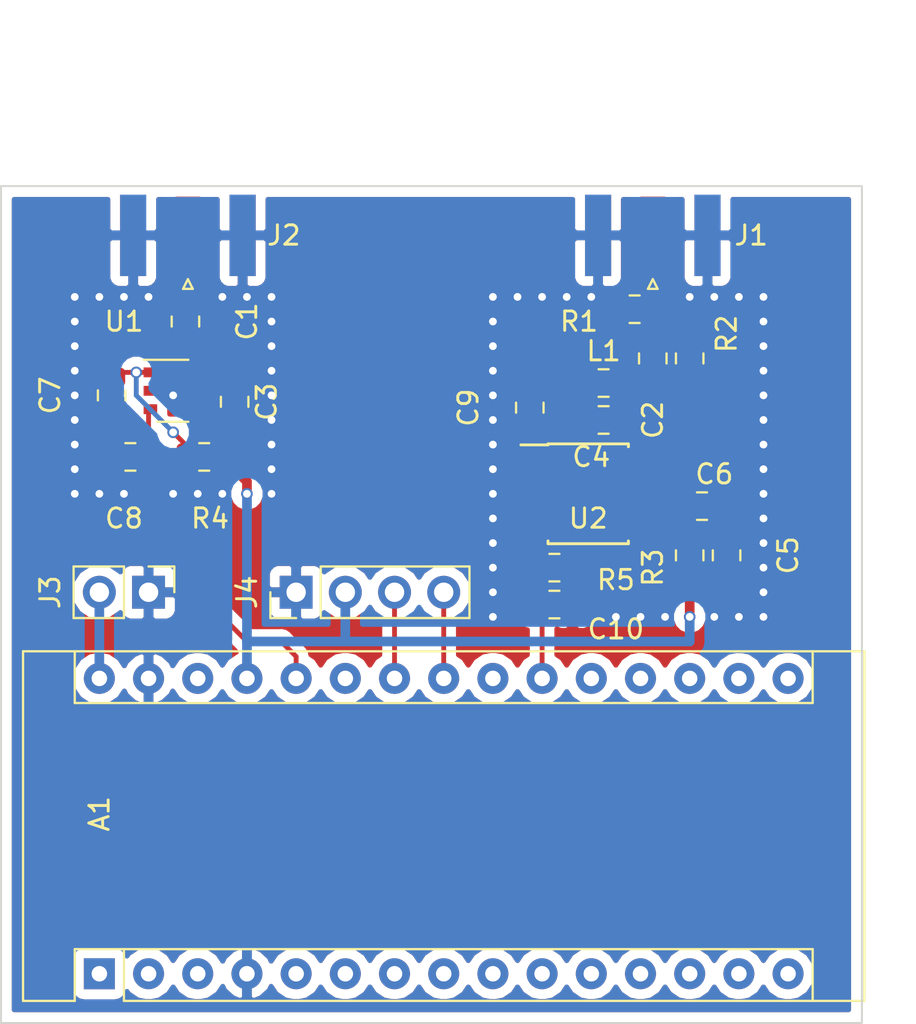
<source format=kicad_pcb>
(kicad_pcb (version 20211014) (generator pcbnew)
  (title_block (date "jeu. 02 avril 2015"))
  (layers (0 "F.Cu" signal) (31 "B.Cu" signal) (34 "B.Paste" user) (35 "F.Paste" user) (36 "B.SilkS" user "B.Silkscreen") (37 "F.SilkS" user "F.Silkscreen") (38 "B.Mask" user) (39 "F.Mask" user) (44 "Edge.Cuts" user))
  (net 0 "")
  (net 1 "Net-(A1-Pad1)")
  (net 2 "Net-(A1-Pad17)")
  (net 3 "Net-(A1-Pad2)")
  (net 4 "Net-(A1-Pad18)")
  (net 5 "Net-(A1-Pad3)")
  (net 6 "RF_UHF")
  (net 7 "GND")
  (net 8 "RF_SHF")
  (net 9 "Net-(A1-Pad5)")
  (net 10 "Net-(A1-Pad6)")
  (net 11 "Net-(A1-Pad22)")
  (net 12 "Net-(A1-Pad7)")
  (net 13 "Net-(A1-Pad8)")
  (net 14 "Net-(A1-Pad9)")
  (net 15 "Net-(A1-Pad25)")
  (net 16 "Net-(A1-Pad10)")
  (net 17 "Net-(A1-Pad11)")
  (net 18 "+5V")
  (net 19 "Net-(A1-Pad12)")
  (net 20 "Net-(A1-Pad28)")
  (net 21 "Net-(A1-Pad13)")
  (net 22 "Net-(A1-Pad14)")
  (net 23 "+9V")
  (net 24 "Net-(A1-Pad15)")
  (net 25 "Net-(A1-Pad16)")
  (net 26 "Net-(C1-Pad2)")
  (net 27 "Net-(C1-Pad1)")
  (net 28 "Net-(C2-Pad2)")
  (net 29 "Net-(C2-Pad1)")
  (net 30 "Net-(C4-Pad1)")
  (net 31 "Net-(C4-Pad2)")
  (net 32 "Net-(C6-Pad1)")
  (net 33 "Net-(C7-Pad1)")
  (net 34 "Net-(C9-Pad2)")
  (net 35 "Net-(U2-Pad3)")
  (net 36 "Net-(U2-Pad5)")
  (net 37 "Net-(A1-Pad20)")
  (net 38 "Net-(A1-Pad19)")
  (net 39 "SDA")
  (net 40 "SCL")
  (footprint "Module:Arduino_Nano" (layer "F.Cu") (at 99.06 116.84 90)
    (fp_text reference "A1" (at 8.255 0 90) (layer "F.SilkS"))
    (fp_text value "Arduino_Nano_v3.x")
    (fp_line (start 1.27 1.27) (end -1.4 1.27) (layer "F.SilkS") (width 0.12))
    (fp_line (start 1.27 36.83) (end -1.4 36.83) (layer "F.SilkS") (width 0.12))
    (fp_line (start 13.97 -1.27) (end 13.97 36.83) (layer "F.SilkS") (width 0.12))
    (fp_line (start 1.27 1.27) (end 1.27 -1.27) (layer "F.SilkS") (width 0.12))
    (fp_line (start 13.97 36.83) (end 16.64 36.83) (layer "F.SilkS") (width 0.12))
    (fp_line (start 1.27 -1.27) (end -1.4 -1.27) (layer "F.SilkS") (width 0.12))
    (fp_line (start 1.27 1.27) (end 1.27 36.83) (layer "F.SilkS") (width 0.12))
    (fp_line (start 16.64 39.5) (end 16.64 -3.94) (layer "F.SilkS") (width 0.12))
    (fp_line (start 16.64 -3.94) (end -1.4 -3.94) (layer "F.SilkS") (width 0.12))
    (fp_line (start -1.4 -3.94) (end -1.4 -1.27) (layer "F.SilkS") (width 0.12))
    (fp_line (start -1.4 39.5) (end 16.64 39.5) (layer "F.SilkS") (width 0.12))
    (fp_line (start -1.4 1.27) (end -1.4 39.5) (layer "F.SilkS") (width 0.12))
    (fp_line (start 13.97 -1.27) (end 16.64 -1.27) (layer "F.SilkS") (width 0.12))
    (pad "1" thru_hole rect locked (at 0 0 90) (size 1.6 1.6) (drill 0.8) (layers *.Cu *.Mask) (net 1 "Net-(A1-Pad1)"))
    (pad "2" thru_hole oval locked (at 0 2.54 90) (size 1.6 1.6) (drill 0.8) (layers *.Cu *.Mask) (net 3 "Net-(A1-Pad2)"))
    (pad "3" thru_hole oval locked (at 0 5.08 90) (size 1.6 1.6) (drill 0.8) (layers *.Cu *.Mask) (net 5 "Net-(A1-Pad3)"))
    (pad "4" thru_hole oval locked (at 0 7.62 90) (size 1.6 1.6) (drill 0.8) (layers *.Cu *.Mask) (net 7 "GND"))
    (pad "5" thru_hole oval locked (at 0 10.16 90) (size 1.6 1.6) (drill 0.8) (layers *.Cu *.Mask) (net 9 "Net-(A1-Pad5)"))
    (pad "6" thru_hole oval locked (at 0 12.7 90) (size 1.6 1.6) (drill 0.8) (layers *.Cu *.Mask) (net 10 "Net-(A1-Pad6)"))
    (pad "7" thru_hole oval locked (at 0 15.24 90) (size 1.6 1.6) (drill 0.8) (layers *.Cu *.Mask) (net 12 "Net-(A1-Pad7)"))
    (pad "8" thru_hole oval locked (at 0 17.78 90) (size 1.6 1.6) (drill 0.8) (layers *.Cu *.Mask) (net 13 "Net-(A1-Pad8)"))
    (pad "9" thru_hole oval locked (at 0 20.32 90) (size 1.6 1.6) (drill 0.8) (layers *.Cu *.Mask) (net 14 "Net-(A1-Pad9)"))
    (pad "10" thru_hole oval locked (at 0 22.86 90) (size 1.6 1.6) (drill 0.8) (layers *.Cu *.Mask) (net 16 "Net-(A1-Pad10)"))
    (pad "11" thru_hole oval locked (at 0 25.4 90) (size 1.6 1.6) (drill 0.8) (layers *.Cu *.Mask) (net 17 "Net-(A1-Pad11)"))
    (pad "12" thru_hole oval locked (at 0 27.94 90) (size 1.6 1.6) (drill 0.8) (layers *.Cu *.Mask) (net 19 "Net-(A1-Pad12)"))
    (pad "13" thru_hole oval locked (at 0 30.48 90) (size 1.6 1.6) (drill 0.8) (layers *.Cu *.Mask) (net 21 "Net-(A1-Pad13)"))
    (pad "14" thru_hole oval locked (at 0 33.02 90) (size 1.6 1.6) (drill 0.8) (layers *.Cu *.Mask) (net 22 "Net-(A1-Pad14)"))
    (pad "15" thru_hole oval locked (at 0 35.56 90) (size 1.6 1.6) (drill 0.8) (layers *.Cu *.Mask) (net 24 "Net-(A1-Pad15)"))
    (pad "16" thru_hole oval locked (at 15.24 35.56 90) (size 1.6 1.6) (drill 0.8) (layers *.Cu *.Mask) (net 25 "Net-(A1-Pad16)"))
    (pad "17" thru_hole oval locked (at 15.24 33.02 90) (size 1.6 1.6) (drill 0.8) (layers *.Cu *.Mask) (net 2 "Net-(A1-Pad17)"))
    (pad "18" thru_hole oval locked (at 15.24 30.48 90) (size 1.6 1.6) (drill 0.8) (layers *.Cu *.Mask) (net 4 "Net-(A1-Pad18)"))
    (pad "19" thru_hole oval locked (at 15.24 27.94 90) (size 1.6 1.6) (drill 0.8) (layers *.Cu *.Mask) (net 38 "Net-(A1-Pad19)"))
    (pad "20" thru_hole oval locked (at 15.24 25.4 90) (size 1.6 1.6) (drill 0.8) (layers *.Cu *.Mask) (net 37 "Net-(A1-Pad20)"))
    (pad "21" thru_hole oval locked (at 15.24 22.86 90) (size 1.6 1.6) (drill 0.8) (layers *.Cu *.Mask) (net 6 "RF_UHF"))
    (pad "22" thru_hole oval locked (at 15.24 20.32 90) (size 1.6 1.6) (drill 0.8) (layers *.Cu *.Mask) (net 11 "Net-(A1-Pad22)"))
    (pad "23" thru_hole oval locked (at 15.24 17.78 90) (size 1.6 1.6) (drill 0.8) (layers *.Cu *.Mask) (net 39 "SDA"))
    (pad "24" thru_hole oval locked (at 15.24 15.24 90) (size 1.6 1.6) (drill 0.8) (layers *.Cu *.Mask) (net 40 "SCL"))
    (pad "25" thru_hole oval locked (at 15.24 12.7 90) (size 1.6 1.6) (drill 0.8) (layers *.Cu *.Mask) (net 15 "Net-(A1-Pad25)"))
    (pad "26" thru_hole oval locked (at 15.24 10.16 90) (size 1.6 1.6) (drill 0.8) (layers *.Cu *.Mask) (net 8 "RF_SHF"))
    (pad "27" thru_hole oval locked (at 15.24 7.62 90) (size 1.6 1.6) (drill 0.8) (layers *.Cu *.Mask) (net 18 "+5V"))
    (pad "28" thru_hole oval locked (at 15.24 5.08 90) (size 1.6 1.6) (drill 0.8) (layers *.Cu *.Mask) (net 20 "Net-(A1-Pad28)"))
    (pad "29" thru_hole oval locked (at 15.24 2.54 90) (size 1.6 1.6) (drill 0.8) (layers *.Cu *.Mask) (net 7 "GND"))
    (pad "30" thru_hole oval locked (at 15.24 0 90) (size 1.6 1.6) (drill 0.8) (layers *.Cu *.Mask) (net 23 "+9V"))
  )
  (footprint "Capacitor_SMD:C_0805_2012Metric" (layer "F.Cu") (at 103.505 83.185 -90)
    (fp_text reference "C1" (at 0 -3.175 -90) (layer "F.SilkS"))
    (fp_text value "8.2pF")
    (fp_line (start -0.258578 -0.71) (end 0.258578 -0.71) (layer "F.SilkS") (width 0.12))
    (fp_line (start -0.258578 0.71) (end 0.258578 0.71) (layer "F.SilkS") (width 0.12))
    (pad "1" smd roundrect locked (at -0.9375 0 270) (size 0.975 1.4) (layers "F.Cu" "F.Paste" "F.Mask") (net 27 "Net-(C1-Pad1)"))
    (pad "2" smd roundrect locked (at 0.9375 0 270) (size 0.975 1.4) (layers "F.Cu" "F.Paste" "F.Mask") (net 26 "Net-(C1-Pad2)"))
  )
  (footprint "Capacitor_SMD:C_0805_2012Metric" (layer "F.Cu") (at 127.635 85.09 90)
    (fp_text reference "C2" (at -3.175 0 90) (layer "F.SilkS"))
    (fp_text value "15pF")
    (fp_line (start -0.258578 -0.71) (end 0.258578 -0.71) (layer "F.SilkS") (width 0.12))
    (fp_line (start -0.258578 0.71) (end 0.258578 0.71) (layer "F.SilkS") (width 0.12))
    (pad "1" smd roundrect locked (at -0.9375 0 90) (size 0.975 1.4) (layers "F.Cu" "F.Paste" "F.Mask") (net 29 "Net-(C2-Pad1)"))
    (pad "2" smd roundrect locked (at 0.9375 0 90) (size 0.975 1.4) (layers "F.Cu" "F.Paste" "F.Mask") (net 28 "Net-(C2-Pad2)"))
  )
  (footprint "Capacitor_SMD:C_0805_2012Metric" (layer "F.Cu") (at 106.045 87.3275 -90)
    (fp_text reference "C3" (at 0 -1.65 -90) (layer "F.SilkS"))
    (fp_text value "0.1uF")
    (fp_line (start -0.258578 0.71) (end 0.258578 0.71) (layer "F.SilkS") (width 0.12))
    (fp_line (start -0.258578 -0.71) (end 0.258578 -0.71) (layer "F.SilkS") (width 0.12))
    (pad "1" smd roundrect locked (at -0.9375 0 270) (size 0.975 1.4) (layers "F.Cu" "F.Paste" "F.Mask") (net 7 "GND"))
    (pad "2" smd roundrect locked (at 0.9375 0 270) (size 0.975 1.4) (layers "F.Cu" "F.Paste" "F.Mask") (net 18 "+5V"))
  )
  (footprint "Capacitor_SMD:C_0805_2012Metric" (layer "F.Cu") (at 125.095 88.265 180)
    (fp_text reference "C4" (at 0.635 -1.905 180) (layer "F.SilkS"))
    (fp_text value ".01uF")
    (fp_line (start -0.258578 -0.71) (end 0.258578 -0.71) (layer "F.SilkS") (width 0.12))
    (fp_line (start -0.258578 0.71) (end 0.258578 0.71) (layer "F.SilkS") (width 0.12))
    (pad "1" smd roundrect locked (at -0.9375 0 180) (size 0.975 1.4) (layers "F.Cu" "F.Paste" "F.Mask") (net 30 "Net-(C4-Pad1)"))
    (pad "2" smd roundrect locked (at 0.9375 0 180) (size 0.975 1.4) (layers "F.Cu" "F.Paste" "F.Mask") (net 31 "Net-(C4-Pad2)"))
  )
  (footprint "Capacitor_SMD:C_0805_2012Metric" (layer "F.Cu") (at 131.445 95.25 -90)
    (fp_text reference "C5" (at 0 -3.175 -90) (layer "F.SilkS"))
    (fp_text value "100pF")
    (fp_line (start -0.258578 0.71) (end 0.258578 0.71) (layer "F.SilkS") (width 0.12))
    (fp_line (start -0.258578 -0.71) (end 0.258578 -0.71) (layer "F.SilkS") (width 0.12))
    (pad "1" smd roundrect locked (at -0.9375 0 270) (size 0.975 1.4) (layers "F.Cu" "F.Paste" "F.Mask") (net 7 "GND"))
    (pad "2" smd roundrect locked (at 0.9375 0 270) (size 0.975 1.4) (layers "F.Cu" "F.Paste" "F.Mask") (net 18 "+5V"))
  )
  (footprint "Capacitor_SMD:C_0805_2012Metric" (layer "F.Cu") (at 130.175 92.71)
    (fp_text reference "C6" (at 0.635 -1.65) (layer "F.SilkS"))
    (fp_text value "C")
    (fp_line (start -0.258578 -0.71) (end 0.258578 -0.71) (layer "F.SilkS") (width 0.12))
    (fp_line (start -0.258578 0.71) (end 0.258578 0.71) (layer "F.SilkS") (width 0.12))
    (pad "1" smd roundrect locked (at -0.9375 0) (size 0.975 1.4) (layers "F.Cu" "F.Paste" "F.Mask") (net 32 "Net-(C6-Pad1)"))
    (pad "2" smd roundrect locked (at 0.9375 0) (size 0.975 1.4) (layers "F.Cu" "F.Paste" "F.Mask") (net 7 "GND"))
  )
  (footprint "Capacitor_SMD:C_0805_2012Metric" (layer "F.Cu") (at 99.695 86.995 -90)
    (fp_text reference "C7" (at 0 3.175 -90) (layer "F.SilkS"))
    (fp_text value "0.1uF")
    (fp_line (start -0.258578 0.71) (end 0.258578 0.71) (layer "F.SilkS") (width 0.12))
    (fp_line (start -0.258578 -0.71) (end 0.258578 -0.71) (layer "F.SilkS") (width 0.12))
    (pad "1" smd roundrect locked (at -0.9375 0 270) (size 0.975 1.4) (layers "F.Cu" "F.Paste" "F.Mask") (net 33 "Net-(C7-Pad1)"))
    (pad "2" smd roundrect locked (at 0.9375 0 270) (size 0.975 1.4) (layers "F.Cu" "F.Paste" "F.Mask") (net 7 "GND"))
  )
  (footprint "Capacitor_SMD:C_0805_2012Metric" (layer "F.Cu") (at 100.6625 90.17 180)
    (fp_text reference "C8" (at 0.3325 -3.175 180) (layer "F.SilkS"))
    (fp_text value "0.1uF")
    (fp_line (start -0.258578 -0.71) (end 0.258578 -0.71) (layer "F.SilkS") (width 0.12))
    (fp_line (start -0.258578 0.71) (end 0.258578 0.71) (layer "F.SilkS") (width 0.12))
    (pad "1" smd roundrect locked (at -0.9375 0 180) (size 0.975 1.4) (layers "F.Cu" "F.Paste" "F.Mask") (net 8 "RF_SHF"))
    (pad "2" smd roundrect locked (at 0.9375 0 180) (size 0.975 1.4) (layers "F.Cu" "F.Paste" "F.Mask") (net 7 "GND"))
  )
  (footprint "Capacitor_SMD:C_0805_2012Metric" (layer "F.Cu") (at 121.285 87.63 -90)
    (fp_text reference "C9" (at 0 3.175 -90) (layer "F.SilkS"))
    (fp_text value "C")
    (fp_line (start -0.258578 0.71) (end 0.258578 0.71) (layer "F.SilkS") (width 0.12))
    (fp_line (start -0.258578 -0.71) (end 0.258578 -0.71) (layer "F.SilkS") (width 0.12))
    (pad "1" smd roundrect locked (at -0.9375 0 270) (size 0.975 1.4) (layers "F.Cu" "F.Paste" "F.Mask") (net 7 "GND"))
    (pad "2" smd roundrect locked (at 0.9375 0 270) (size 0.975 1.4) (layers "F.Cu" "F.Paste" "F.Mask") (net 34 "Net-(C9-Pad2)"))
  )
  (footprint "Capacitor_SMD:C_0805_2012Metric" (layer "F.Cu") (at 122.555 97.79)
    (fp_text reference "C10" (at 3.175 1.27) (layer "F.SilkS"))
    (fp_text value "0.1uF")
    (fp_line (start -0.258578 0.71) (end 0.258578 0.71) (layer "F.SilkS") (width 0.12))
    (fp_line (start -0.258578 -0.71) (end 0.258578 -0.71) (layer "F.SilkS") (width 0.12))
    (pad "1" smd roundrect locked (at -0.9375 0) (size 0.975 1.4) (layers "F.Cu" "F.Paste" "F.Mask") (net 6 "RF_UHF"))
    (pad "2" smd roundrect locked (at 0.9375 0) (size 0.975 1.4) (layers "F.Cu" "F.Paste" "F.Mask") (net 7 "GND"))
  )
  (footprint "Inductor_SMD:L_0805_2012Metric" (layer "F.Cu") (at 125.095 86.36)
    (fp_text reference "L1" (at 0 -1.65) (layer "F.SilkS"))
    (fp_text value "L")
    (fp_line (start -0.258578 0.71) (end 0.258578 0.71) (layer "F.SilkS") (width 0.12))
    (fp_line (start -0.258578 -0.71) (end 0.258578 -0.71) (layer "F.SilkS") (width 0.12))
    (pad "1" smd roundrect locked (at -0.9375 0) (size 0.975 1.4) (layers "F.Cu" "F.Paste" "F.Mask") (net 31 "Net-(C4-Pad2)"))
    (pad "2" smd roundrect locked (at 0.9375 0) (size 0.975 1.4) (layers "F.Cu" "F.Paste" "F.Mask") (net 29 "Net-(C2-Pad1)"))
  )
  (footprint "Resistor_SMD:R_0805_2012Metric" (layer "F.Cu") (at 126.6975 82.55 180)
    (fp_text reference "R1" (at 2.8725 -0.635 180) (layer "F.SilkS"))
    (fp_text value "51")
    (fp_line (start -0.258578 0.71) (end 0.258578 0.71) (layer "F.SilkS") (width 0.12))
    (fp_line (start -0.258578 -0.71) (end 0.258578 -0.71) (layer "F.SilkS") (width 0.12))
    (pad "1" smd roundrect locked (at -0.9375 0 180) (size 0.975 1.4) (layers "F.Cu" "F.Paste" "F.Mask") (net 28 "Net-(C2-Pad2)"))
    (pad "2" smd roundrect locked (at 0.9375 0 180) (size 0.975 1.4) (layers "F.Cu" "F.Paste" "F.Mask") (net 7 "GND"))
  )
  (footprint "Resistor_SMD:R_0805_2012Metric" (layer "F.Cu") (at 129.54 85.09 90)
    (fp_text reference "R2" (at 1.27 1.905 90) (layer "F.SilkS"))
    (fp_text value "R")
    (fp_line (start -0.258578 -0.71) (end 0.258578 -0.71) (layer "F.SilkS") (width 0.12))
    (fp_line (start -0.258578 0.71) (end 0.258578 0.71) (layer "F.SilkS") (width 0.12))
    (pad "1" smd roundrect locked (at -0.9375 0 90) (size 0.975 1.4) (layers "F.Cu" "F.Paste" "F.Mask") (net 29 "Net-(C2-Pad1)"))
    (pad "2" smd roundrect locked (at 0.9375 0 90) (size 0.975 1.4) (layers "F.Cu" "F.Paste" "F.Mask") (net 28 "Net-(C2-Pad2)"))
  )
  (footprint "Resistor_SMD:R_0805_2012Metric" (layer "F.Cu") (at 129.54 95.25 90)
    (fp_text reference "R3" (at -0.635 -1.905 90) (layer "F.SilkS"))
    (fp_text value "R")
    (fp_line (start -0.258578 0.71) (end 0.258578 0.71) (layer "F.SilkS") (width 0.12))
    (fp_line (start -0.258578 -0.71) (end 0.258578 -0.71) (layer "F.SilkS") (width 0.12))
    (pad "1" smd roundrect locked (at -0.9375 0 90) (size 0.975 1.4) (layers "F.Cu" "F.Paste" "F.Mask") (net 18 "+5V"))
    (pad "2" smd roundrect locked (at 0.9375 0 90) (size 0.975 1.4) (layers "F.Cu" "F.Paste" "F.Mask") (net 32 "Net-(C6-Pad1)"))
  )
  (footprint "Resistor_SMD:R_0805_2012Metric" (layer "F.Cu") (at 104.4725 90.17)
    (fp_text reference "R4" (at 0.3025 3.175) (layer "F.SilkS"))
    (fp_text value "10k")
    (fp_line (start -0.258578 0.71) (end 0.258578 0.71) (layer "F.SilkS") (width 0.12))
    (fp_line (start -0.258578 -0.71) (end 0.258578 -0.71) (layer "F.SilkS") (width 0.12))
    (pad "1" smd roundrect locked (at -0.9375 0) (size 0.975 1.4) (layers "F.Cu" "F.Paste" "F.Mask") (net 33 "Net-(C7-Pad1)"))
    (pad "2" smd roundrect locked (at 0.9375 0) (size 0.975 1.4) (layers "F.Cu" "F.Paste" "F.Mask") (net 18 "+5V"))
  )
  (footprint "Package_SO:SOIC-8_3.9x4.9mm_P1.27mm" (layer "F.Cu") (at 124.3 92.075)
    (fp_text reference "U2" (at 0 1.27) (layer "F.SilkS"))
    (fp_text value "ad8307")
    (fp_line (start -2.075 2.575) (end 2.075 2.575) (layer "F.SilkS") (width 0.15))
    (fp_line (start -2.075 -2.575) (end -2.075 -2.525) (layer "F.SilkS") (width 0.15))
    (fp_line (start -2.075 -2.525) (end -3.475 -2.525) (layer "F.SilkS") (width 0.15))
    (fp_line (start 2.075 2.575) (end 2.075 2.43) (layer "F.SilkS") (width 0.15))
    (fp_line (start -2.075 2.575) (end -2.075 2.43) (layer "F.SilkS") (width 0.15))
    (fp_line (start 2.075 -2.575) (end 2.075 -2.43) (layer "F.SilkS") (width 0.15))
    (fp_line (start -2.075 -2.575) (end 2.075 -2.575) (layer "F.SilkS") (width 0.15))
    (pad "1" smd rect locked (at -2.7 -1.905) (size 1.55 0.6) (layers "F.Cu" "F.Paste" "F.Mask") (net 34 "Net-(C9-Pad2)"))
    (pad "2" smd rect locked (at -2.7 -0.635) (size 1.55 0.6) (layers "F.Cu" "F.Paste" "F.Mask") (net 7 "GND"))
    (pad "3" smd rect locked (at -2.7 0.635) (size 1.55 0.6) (layers "F.Cu" "F.Paste" "F.Mask") (net 35 "Net-(U2-Pad3)"))
    (pad "4" smd rect locked (at -2.7 1.905) (size 1.55 0.6) (layers "F.Cu" "F.Paste" "F.Mask") (net 6 "RF_UHF"))
    (pad "5" smd rect locked (at 2.7 1.905) (size 1.55 0.6) (layers "F.Cu" "F.Paste" "F.Mask") (net 36 "Net-(U2-Pad5)"))
    (pad "6" smd rect locked (at 2.7 0.635) (size 1.55 0.6) (layers "F.Cu" "F.Paste" "F.Mask") (net 32 "Net-(C6-Pad1)"))
    (pad "7" smd rect locked (at 2.7 -0.635) (size 1.55 0.6) (layers "F.Cu" "F.Paste" "F.Mask") (net 32 "Net-(C6-Pad1)"))
    (pad "8" smd rect locked (at 2.7 -1.905) (size 1.55 0.6) (layers "F.Cu" "F.Paste" "F.Mask") (net 30 "Net-(C4-Pad1)"))
  )
  (footprint "Connector_PinHeader_2.54mm:PinHeader_1x02_P2.54mm_Vertical" (layer "F.Cu") (at 101.6 97.155 -90)
    (fp_text reference "J3" (at 0 5.08 -90) (layer "F.SilkS"))
    (fp_text value "Conn_01x02")
    (fp_line (start -1.33 1.27) (end 1.33 1.27) (layer "F.SilkS") (width 0.12))
    (fp_line (start -1.33 1.27) (end -1.33 3.87) (layer "F.SilkS") (width 0.12))
    (fp_line (start -1.33 0) (end -1.33 -1.33) (layer "F.SilkS") (width 0.12))
    (fp_line (start 1.33 1.27) (end 1.33 3.87) (layer "F.SilkS") (width 0.12))
    (fp_line (start -1.33 3.87) (end 1.33 3.87) (layer "F.SilkS") (width 0.12))
    (fp_line (start -1.33 -1.33) (end 0 -1.33) (layer "F.SilkS") (width 0.12))
    (pad "1" thru_hole rect locked (at 0 0 270) (size 1.7 1.7) (drill 1) (layers *.Cu *.Mask) (net 7 "GND"))
    (pad "2" thru_hole oval locked (at 0 2.54 270) (size 1.7 1.7) (drill 1) (layers *.Cu *.Mask) (net 23 "+9V"))
  )
  (footprint "Connector_PinHeader_2.54mm:PinHeader_1x04_P2.54mm_Vertical" (layer "F.Cu") (at 109.22 97.155 90)
    (fp_text reference "J4" (at 0 -2.54 90) (layer "F.SilkS"))
    (fp_text value "Conn_01x04")
    (fp_line (start -1.33 1.27) (end -1.33 8.95) (layer "F.SilkS") (width 0.12))
    (fp_line (start 1.33 1.27) (end 1.33 8.95) (layer "F.SilkS") (width 0.12))
    (fp_line (start -1.33 8.95) (end 1.33 8.95) (layer "F.SilkS") (width 0.12))
    (fp_line (start -1.33 -1.33) (end 0 -1.33) (layer "F.SilkS") (width 0.12))
    (fp_line (start -1.33 0) (end -1.33 -1.33) (layer "F.SilkS") (width 0.12))
    (fp_line (start -1.33 1.27) (end 1.33 1.27) (layer "F.SilkS") (width 0.12))
    (pad "1" thru_hole rect locked (at 0 0 90) (size 1.7 1.7) (drill 1) (layers *.Cu *.Mask) (net 7 "GND"))
    (pad "2" thru_hole oval locked (at 0 2.54 90) (size 1.7 1.7) (drill 1) (layers *.Cu *.Mask) (net 18 "+5V"))
    (pad "3" thru_hole oval locked (at 0 5.08 90) (size 1.7 1.7) (drill 1) (layers *.Cu *.Mask) (net 40 "SCL"))
    (pad "4" thru_hole oval locked (at 0 7.62 90) (size 1.7 1.7) (drill 1) (layers *.Cu *.Mask) (net 39 "SDA"))
  )
  (footprint "Connector_Coaxial:SMA_Samtec_SMA-J-P-H-ST-EM1_EdgeMount" (layer "F.Cu") (at 127.635 78.74 90)
    (fp_text reference "J1" (at 0 5.08 180) (layer "F.SilkS"))
    (fp_text value "RF_UHF")
    (fp_line (start -2.76 0.25) (end -2.26 0) (layer "F.SilkS") (width 0.12))
    (fp_line (start -2.26 0) (end -2.76 -0.25) (layer "F.SilkS") (width 0.12))
    (fp_line (start -2.76 -0.25) (end -2.76 0.25) (layer "F.SilkS") (width 0.12))
    (pad "1" smd rect locked (at 0.2 0 180) (size 1.27 3.6) (layers "F.Cu" "F.Paste" "F.Mask") (net 28 "Net-(C2-Pad2)"))
    (pad "2" smd rect locked (at 0 -2.825 180) (size 1.35 4.2) (layers "F.Cu" "F.Paste" "F.Mask") (net 7 "GND"))
    (pad "2" smd rect locked (at 0 -2.825 180) (size 1.35 4.2) (layers "B.Cu" "B.Paste" "B.Mask") (net 7 "GND"))
    (pad "2" smd rect locked (at 0 2.825 180) (size 1.35 4.2) (layers "B.Cu" "B.Paste" "B.Mask") (net 7 "GND"))
    (pad "2" smd rect locked (at 0 2.825 180) (size 1.35 4.2) (layers "F.Cu" "F.Paste" "F.Mask") (net 7 "GND"))
  )
  (footprint "Connector_Coaxial:SMA_Samtec_SMA-J-P-H-ST-EM1_EdgeMount" (layer "F.Cu") (at 103.632 78.74 90)
    (fp_text reference "J2" (at 0 4.953 180) (layer "F.SilkS"))
    (fp_text value "RF_SHF")
    (fp_line (start -2.76 0.25) (end -2.26 0) (layer "F.SilkS") (width 0.12))
    (fp_line (start -2.26 0) (end -2.76 -0.25) (layer "F.SilkS") (width 0.12))
    (fp_line (start -2.76 -0.25) (end -2.76 0.25) (layer "F.SilkS") (width 0.12))
    (pad "1" smd rect locked (at 0.2 0 180) (size 1.27 3.6) (layers "F.Cu" "F.Paste" "F.Mask") (net 27 "Net-(C1-Pad1)"))
    (pad "2" smd rect locked (at 0 2.825 180) (size 1.35 4.2) (layers "F.Cu" "F.Paste" "F.Mask") (net 7 "GND"))
    (pad "2" smd rect locked (at 0 -2.825 180) (size 1.35 4.2) (layers "F.Cu" "F.Paste" "F.Mask") (net 7 "GND"))
    (pad "2" smd rect locked (at 0 2.825 180) (size 1.35 4.2) (layers "B.Cu" "B.Paste" "B.Mask") (net 7 "GND"))
    (pad "2" smd rect locked (at 0 -2.825 180) (size 1.35 4.2) (layers "B.Cu" "B.Paste" "B.Mask") (net 7 "GND"))
  )
  (footprint "Package_SO:TSOP-6_1.65x3.05mm_P0.95mm" (layer "F.Cu") (at 102.855 86.76)
    (fp_text reference "U1" (at -2.525 -3.575) (layer "F.SilkS"))
    (fp_text value "ltc5508")
    (fp_line (start -0.8 1.6) (end 0.8 1.6) (layer "F.SilkS") (width 0.12))
    (fp_line (start 0.8 -1.6) (end -1.5 -1.6) (layer "F.SilkS") (width 0.12))
    (pad "1" smd rect locked (at -1.16 -0.95) (size 0.7 0.51) (layers "F.Cu" "F.Paste" "F.Mask") (net 33 "Net-(C7-Pad1)"))
    (pad "2" smd rect locked (at -1.16 0) (size 0.7 0.51) (layers "F.Cu" "F.Paste" "F.Mask") (net 7 "GND"))
    (pad "3" smd rect locked (at -1.16 0.95) (size 0.7 0.51) (layers "F.Cu" "F.Paste" "F.Mask") (net 8 "RF_SHF"))
    (pad "4" smd rect locked (at 1.16 0.95) (size 0.7 0.51) (layers "F.Cu" "F.Paste" "F.Mask") (net 18 "+5V"))
    (pad "5" smd rect locked (at 1.16 0) (size 0.7 0.51) (layers "F.Cu" "F.Paste" "F.Mask") (net 7 "GND"))
    (pad "6" smd rect locked (at 1.16 -0.95) (size 0.7 0.51) (layers "F.Cu" "F.Paste" "F.Mask") (net 26 "Net-(C1-Pad2)"))
  )
  (footprint "Resistor_SMD:R_0805_2012Metric" (layer "F.Cu") (at 122.555 95.885)
    (fp_text reference "R5" (at 3.175 0.635) (layer "F.SilkS"))
    (fp_text value "R")
    (fp_line (start -0.258578 -0.71) (end 0.258578 -0.71) (layer "F.SilkS") (width 0.12))
    (fp_line (start -0.258578 0.71) (end 0.258578 0.71) (layer "F.SilkS") (width 0.12))
    (pad "1" smd roundrect locked (at -0.9375 0) (size 0.975 1.4) (layers "F.Cu" "F.Paste" "F.Mask") (net 6 "RF_UHF"))
    (pad "2" smd roundrect locked (at 0.9375 0) (size 0.975 1.4) (layers "F.Cu" "F.Paste" "F.Mask") (net 7 "GND"))
  )
  (gr_line (start 138.43 119.38) (end 93.98 119.38) (layer "Edge.Cuts") (width 0.1))
  (gr_line (start 93.98 119.38) (end 93.98 76.2) (layer "Edge.Cuts") (width 0.1))
  (gr_line (start 138.43 76.2) (end 138.43 119.38) (layer "Edge.Cuts") (width 0.1))
  (gr_line (start 93.98 76.2) (end 138.43 76.2) (layer "Edge.Cuts") (width 0.1))
  (segment (start 121.6175 97.79) (end 121.6175 95.885) (width 0.25) (layer "F.Cu") (net 6))
  (segment (start 121.6 95.8675) (end 121.6175 95.885) (width 0.25) (layer "F.Cu") (net 6))
  (segment (start 121.92 101.6) (end 121.92 98.0925) (width 0.25) (layer "F.Cu") (net 6))
  (segment (start 121.6 101.28) (end 121.92 101.6) (width 0.25) (layer "F.Cu") (net 6))
  (segment (start 121.6 93.98) (end 121.6 95.8675) (width 0.25) (layer "F.Cu") (net 6))
  (segment (start 121.92 98.0925) (end 121.6175 97.79) (width 0.25) (layer "F.Cu") (net 6))
  (segment (start 121.6175 101.2975) (end 121.92 101.6) (width 0.25) (layer "F.Cu") (net 6))
  (segment (start 105.675 86.76) (end 106.045 86.39) (width 0.25) (layer "F.Cu") (net 7))
  (via (at 119.38 89.535) (size 0.6) (drill 0.4) (layers "F.Cu" "B.Cu") (net 7))
  (via (at 133.35 98.425) (size 0.6) (drill 0.4) (layers "F.Cu" "B.Cu") (net 7))
  (via (at 133.35 89.535) (size 0.6) (drill 0.4) (layers "F.Cu" "B.Cu") (net 7))
  (via (at 133.35 88.265) (size 0.6) (drill 0.4) (layers "F.Cu" "B.Cu") (net 7))
  (via (at 107.95 85.725) (size 0.6) (drill 0.4) (layers "F.Cu" "B.Cu") (net 7))
  (via (at 119.38 81.915) (size 0.6) (drill 0.4) (layers "F.Cu" "B.Cu") (net 7))
  (via (at 119.38 95.885) (size 0.6) (drill 0.4) (layers "F.Cu" "B.Cu") (net 7))
  (via (at 100.33 92.075) (size 0.6) (drill 0.4) (layers "F.Cu" "B.Cu") (net 7))
  (via (at 127 98.425) (size 0.6) (drill 0.4) (layers "F.Cu" "B.Cu") (net 7))
  (via (at 97.79 84.455) (size 0.6) (drill 0.4) (layers "F.Cu" "B.Cu") (net 7))
  (via (at 124.46 81.915) (size 0.6) (drill 0.4) (layers "F.Cu" "B.Cu") (net 7))
  (via (at 119.38 84.455) (size 0.6) (drill 0.4) (layers "F.Cu" "B.Cu") (net 7))
  (via (at 99.06 81.915) (size 0.6) (drill 0.4) (layers "F.Cu" "B.Cu") (net 7))
  (via (at 133.35 93.345) (size 0.6) (drill 0.4) (layers "F.Cu" "B.Cu") (net 7))
  (via (at 133.35 95.885) (size 0.6) (drill 0.4) (layers "F.Cu" "B.Cu") (net 7))
  (via (at 119.38 83.185) (size 0.6) (drill 0.4) (layers "F.Cu" "B.Cu") (net 7))
  (via (at 101.6 81.915) (size 0.6) (drill 0.4) (layers "F.Cu" "B.Cu") (net 7))
  (via (at 119.38 88.265) (size 0.6) (drill 0.4) (layers "F.Cu" "B.Cu") (net 7))
  (via (at 100.33 81.915) (size 0.6) (drill 0.4) (layers "F.Cu" "B.Cu") (net 7))
  (via (at 132.08 81.915) (size 0.6) (drill 0.4) (layers "F.Cu" "B.Cu") (net 7))
  (via (at 97.79 92.075) (size 0.6) (drill 0.4) (layers "F.Cu" "B.Cu") (net 7))
  (via (at 119.38 97.155) (size 0.6) (drill 0.4) (layers "F.Cu" "B.Cu") (net 7))
  (via (at 97.79 81.915) (size 0.6) (drill 0.4) (layers "F.Cu" "B.Cu") (net 7))
  (via (at 97.79 85.725) (size 0.6) (drill 0.4) (layers "F.Cu" "B.Cu") (net 7))
  (via (at 97.79 90.805) (size 0.6) (drill 0.4) (layers "F.Cu" "B.Cu") (net 7))
  (via (at 133.35 90.805) (size 0.6) (drill 0.4) (layers "F.Cu" "B.Cu") (net 7))
  (via (at 129.54 81.915) (size 0.6) (drill 0.4) (layers "F.Cu" "B.Cu") (net 7))
  (via (at 125.73 98.425) (size 0.6) (drill 0.4) (layers "F.Cu" "B.Cu") (net 7))
  (via (at 107.95 89.535) (size 0.6) (drill 0.4) (layers "F.Cu" "B.Cu") (net 7))
  (via (at 97.79 86.995) (size 0.6) (drill 0.4) (layers "F.Cu" "B.Cu") (net 7))
  (via (at 130.81 81.915) (size 0.6) (drill 0.4) (layers "F.Cu" "B.Cu") (net 7))
  (via (at 133.35 86.995) (size 0.6) (drill 0.4) (layers "F.Cu" "B.Cu") (net 7))
  (via (at 99.06 92.075) (size 0.6) (drill 0.4) (layers "F.Cu" "B.Cu") (net 7))
  (via (at 132.08 98.425) (size 0.6) (drill 0.4) (layers "F.Cu" "B.Cu") (net 7))
  (via (at 97.79 88.265) (size 0.6) (drill 0.4) (layers "F.Cu" "B.Cu") (net 7))
  (via (at 123.19 81.915) (size 0.6) (drill 0.4) (layers "F.Cu" "B.Cu") (net 7))
  (via (at 107.95 84.455) (size 0.6) (drill 0.4) (layers "F.Cu" "B.Cu") (net 7))
  (via (at 133.35 94.615) (size 0.6) (drill 0.4) (layers "F.Cu" "B.Cu") (net 7))
  (via (at 102.87 86.995) (size 0.6) (drill 0.4) (layers "F.Cu" "B.Cu") (net 7))
  (via (at 105.41 92.075) (size 0.6) (drill 0.4) (layers "F.Cu" "B.Cu") (net 7))
  (via (at 119.38 93.345) (size 0.6) (drill 0.4) (layers "F.Cu" "B.Cu") (net 7))
  (via (at 121.92 81.915) (size 0.6) (drill 0.4) (layers "F.Cu" "B.Cu") (net 7))
  (via (at 133.35 85.725) (size 0.6) (drill 0.4) (layers "F.Cu" "B.Cu") (net 7))
  (via (at 97.79 89.535) (size 0.6) (drill 0.4) (layers "F.Cu" "B.Cu") (net 7))
  (via (at 107.95 86.995) (size 0.6) (drill 0.4) (layers "F.Cu" "B.Cu") (net 7))
  (via (at 107.95 92.075) (size 0.6) (drill 0.4) (layers "F.Cu" "B.Cu") (net 7))
  (via (at 120.65 81.915) (size 0.6) (drill 0.4) (layers "F.Cu" "B.Cu") (net 7))
  (via (at 106.68 81.915) (size 0.6) (drill 0.4) (layers "F.Cu" "B.Cu") (net 7))
  (via (at 119.38 98.425) (size 0.6) (drill 0.4) (layers "F.Cu" "B.Cu") (net 7))
  (via (at 102.87 92.075) (size 0.6) (drill 0.4) (layers "F.Cu" "B.Cu") (net 7))
  (via (at 107.95 90.805) (size 0.6) (drill 0.4) (layers "F.Cu" "B.Cu") (net 7))
  (via (at 119.38 90.805) (size 0.6) (drill 0.4) (layers "F.Cu" "B.Cu") (net 7))
  (via (at 128.27 98.425) (size 0.6) (drill 0.4) (layers "F.Cu" "B.Cu") (net 7))
  (via (at 107.95 88.265) (size 0.6) (drill 0.4) (layers "F.Cu" "B.Cu") (net 7))
  (via (at 107.95 81.915) (size 0.6) (drill 0.4) (layers "F.Cu" "B.Cu") (net 7))
  (via (at 133.35 83.185) (size 0.6) (drill 0.4) (layers "F.Cu" "B.Cu") (net 7))
  (via (at 130.81 98.425) (size 0.6) (drill 0.4) (layers "F.Cu" "B.Cu") (net 7))
  (via (at 104.14 92.075) (size 0.6) (drill 0.4) (layers "F.Cu" "B.Cu") (net 7))
  (via (at 119.38 86.995) (size 0.6) (drill 0.4) (layers "F.Cu" "B.Cu") (net 7))
  (via (at 119.38 85.725) (size 0.6) (drill 0.4) (layers "F.Cu" "B.Cu") (net 7))
  (via (at 119.38 92.075) (size 0.6) (drill 0.4) (layers "F.Cu" "B.Cu") (net 7))
  (via (at 107.95 83.185) (size 0.6) (drill 0.4) (layers "F.Cu" "B.Cu") (net 7))
  (via (at 133.35 84.455) (size 0.6) (drill 0.4) (layers "F.Cu" "B.Cu") (net 7))
  (via (at 133.35 92.075) (size 0.6) (drill 0.4) (layers "F.Cu" "B.Cu") (net 7))
  (via (at 133.35 81.915) (size 0.6) (drill 0.4) (layers "F.Cu" "B.Cu") (net 7))
  (via (at 97.79 83.185) (size 0.6) (drill 0.4) (layers "F.Cu" "B.Cu") (net 7))
  (via (at 133.35 97.155) (size 0.6) (drill 0.4) (layers "F.Cu" "B.Cu") (net 7))
  (via (at 119.38 94.615) (size 0.6) (drill 0.4) (layers "F.Cu" "B.Cu") (net 7))
  (via (at 105.41 81.915) (size 0.6) (drill 0.4) (layers "F.Cu" "B.Cu") (net 7))
  (segment (start 108.44637 99.695) (end 106.68 99.695) (width 0.25) (layer "F.Cu") (net 8))
  (segment (start 101.6 89.37) (end 101.6 90.17) (width 0.25) (layer "F.Cu") (net 8))
  (segment (start 101.6 92.075) (end 101.6 90.17) (width 0.25) (layer "F.Cu") (net 8))
  (segment (start 101.6 87.805) (end 101.695 87.71) (width 0.25) (layer "F.Cu") (net 8))
  (segment (start 104.14 94.615) (end 101.6 92.075) (width 0.25) (layer "F.Cu") (net 8))
  (segment (start 109.22 101.6) (end 109.22 100.46863) (width 0.25) (layer "F.Cu") (net 8))
  (segment (start 109.22 100.46863) (end 108.44637 99.695) (width 0.25) (layer "F.Cu") (net 8))
  (segment (start 101.6 90.17) (end 101.6 87.805) (width 0.25) (layer "F.Cu") (net 8))
  (segment (start 106.68 99.695) (end 104.14 97.155) (width 0.25) (layer "F.Cu") (net 8))
  (segment (start 104.14 97.155) (end 104.14 94.615) (width 0.25) (layer "F.Cu") (net 8))
  (segment (start 105.41 88.9) (end 105.3 88.9) (width 0.25) (layer "F.Cu") (net 18))
  (segment (start 104.11 87.71) (end 104.015 87.71) (width 0.25) (layer "F.Cu") (net 18))
  (segment (start 105.3 88.9) (end 104.11 87.71) (width 0.5) (layer "F.Cu") (net 18))
  (segment (start 106.68 92.075) (end 106.68 91.44) (width 0.5) (layer "F.Cu") (net 18))
  (segment (start 129.54 98.425) (end 129.54 96.1875) (width 0.5) (layer "F.Cu") (net 18))
  (segment (start 129.54 96.1875) (end 131.445 96.1875) (width 0.5) (layer "F.Cu") (net 18))
  (segment (start 105.41 90.17) (end 105.41 88.9) (width 0.5) (layer "F.Cu") (net 18))
  (segment (start 106.68 91.44) (end 105.41 90.17) (width 0.5) (layer "F.Cu") (net 18))
  (segment (start 105.41 88.9) (end 106.045 88.265) (width 0.5) (layer "F.Cu") (net 18))
  (via (at 129.54 98.425) (size 0.6) (drill 0.4) (layers "F.Cu" "B.Cu") (net 18))
  (via (at 106.68 92.075) (size 0.6) (drill 0.4) (layers "F.Cu" "B.Cu") (net 18))
  (segment (start 106.68 99.695) (end 128.905 99.695) (width 0.5) (layer "B.Cu") (net 18))
  (segment (start 129.54 99.695) (end 129.54 98.425) (width 0.5) (layer "B.Cu") (net 18))
  (segment (start 106.68 99.695) (end 106.68 95.25) (width 0.5) (layer "B.Cu") (net 18))
  (segment (start 106.68 101.6) (end 106.68 99.695) (width 0.5) (layer "B.Cu") (net 18))
  (segment (start 111.76 97.155) (end 111.76 99.695) (width 0.5) (layer "B.Cu") (net 18))
  (segment (start 128.905 99.695) (end 129.54 99.695) (width 0.5) (layer "B.Cu") (net 18))
  (segment (start 106.68 95.25) (end 106.68 92.075) (width 0.5) (layer "B.Cu") (net 18))
  (segment (start 99.06 97.155) (end 99.06 101.6) (width 0.5) (layer "B.Cu") (net 23))
  (segment (start 104.015 84.6325) (end 103.505 84.1225) (width 0.25) (layer "F.Cu") (net 26))
  (segment (start 104.015 85.81) (end 104.015 84.6325) (width 0.25) (layer "F.Cu") (net 26))
  (segment (start 103.632 78.54) (end 103.632 82.1205) (width 0.25) (layer "F.Cu") (net 27))
  (segment (start 103.57 82.485) (end 103.505 82.55) (width 0.25) (layer "F.Cu") (net 27))
  (segment (start 103.632 82.1205) (end 103.505 82.2475) (width 0.25) (layer "F.Cu") (net 27))
  (segment (start 103.505 78.667) (end 103.632 78.54) (width 0.25) (layer "F.Cu") (net 27))
  (segment (start 127.635 82.55) (end 127.635 84.455) (width 0.25) (layer "F.Cu") (net 28))
  (segment (start 127.635 84.1525) (end 129.54 84.1525) (width 0.25) (layer "F.Cu") (net 28))
  (segment (start 127.635 78.54) (end 127.635 82.55) (width 0.25) (layer "F.Cu") (net 28))
  (segment (start 127.635 86.0275) (end 126.365 86.0275) (width 0.25) (layer "F.Cu") (net 29))
  (segment (start 129.54 86.0275) (end 127.635 86.0275) (width 0.25) (layer "F.Cu") (net 29))
  (segment (start 126.365 86.0275) (end 126.0325 86.36) (width 0.25) (layer "F.Cu") (net 29))
  (segment (start 127 89.2325) (end 127 90.17) (width 0.25) (layer "F.Cu") (net 30))
  (segment (start 126.0325 88.265) (end 127 89.2325) (width 0.25) (layer "F.Cu") (net 30))
  (segment (start 124.1575 86.36) (end 124.1575 88.265) (width 0.25) (layer "F.Cu") (net 31))
  (segment (start 129.2375 92.71) (end 127 92.71) (width 0.5) (layer "F.Cu") (net 32))
  (segment (start 129.2375 94.01) (end 129.54 94.3125) (width 0.25) (layer "F.Cu") (net 32))
  (segment (start 127 92.71) (end 127 91.44) (width 0.25) (layer "F.Cu") (net 32))
  (segment (start 129.2375 92.71) (end 129.2375 94.01) (width 0.25) (layer "F.Cu") (net 32))
  (segment (start 100.245 85.81) (end 100.965 85.81) (width 0.25) (layer "F.Cu") (net 33))
  (segment (start 99.8975 86.26) (end 99.695 86.0575) (width 0.25) (layer "F.Cu") (net 33))
  (segment (start 103.535 89.565) (end 102.87 88.9) (width 0.25) (layer "F.Cu") (net 33))
  (segment (start 99.9975 86.0575) (end 100.245 85.81) (width 0.25) (layer "F.Cu") (net 33))
  (segment (start 103.535 90.17) (end 103.535 89.565) (width 0.25) (layer "F.Cu") (net 33))
  (segment (start 99.695 86.0575) (end 99.9975 86.0575) (width 0.25) (layer "F.Cu") (net 33))
  (segment (start 100.965 85.81) (end 101.695 85.81) (width 0.25) (layer "F.Cu") (net 33))
  (segment (start 101.695 85.81) (end 101.415 85.81) (width 0.25) (layer "F.Cu") (net 33))
  (via (at 100.965 85.81) (size 0.6) (drill 0.4) (layers "F.Cu" "B.Cu") (net 33))
  (via (at 102.87 88.9) (size 0.6) (drill 0.4) (layers "F.Cu" "B.Cu") (net 33))
  (segment (start 100.965 86.995) (end 100.965 85.81) (width 0.25) (layer "B.Cu") (net 33))
  (segment (start 102.87 88.9) (end 100.965 86.995) (width 0.25) (layer "B.Cu") (net 33))
  (segment (start 121.285 89.855) (end 121.6 90.17) (width 0.25) (layer "F.Cu") (net 34))
  (segment (start 121.285 88.5675) (end 121.285 89.855) (width 0.25) (layer "F.Cu") (net 34))
  (segment (start 121.285 92.395) (end 121.6 92.71) (width 0.25) (layer "F.Cu") (net 35))
  (segment (start 116.84 101.6) (end 116.84 97.155) (width 0.25) (layer "F.Cu") (net 39))
  (segment (start 114.3 101.6) (end 114.3 97.155) (width 0.25) (layer "F.Cu") (net 40))
  (zone (net 7) (net_name "GND") (layer "F.Cu") (connect_pads (clearance 0.508)) (min_thickness 0.254) (fill yes (thermal_gap 0.508) (thermal_bridge_width 0.508))
    (polygon (pts (xy 93.98 76.2) (xy 138.43 76.2) (xy 138.43 119.38) (xy 93.98 119.38)))
  )
  (zone (net 7) (net_name "GND") (layer "B.Cu") (connect_pads (clearance 0.508)) (min_thickness 0.254) (fill yes (thermal_gap 0.508) (thermal_bridge_width 0.508))
    (polygon (pts (xy 93.98 76.2) (xy 138.43 76.2) (xy 138.43 119.38) (xy 93.98 119.38)))
  )
)
</source>
